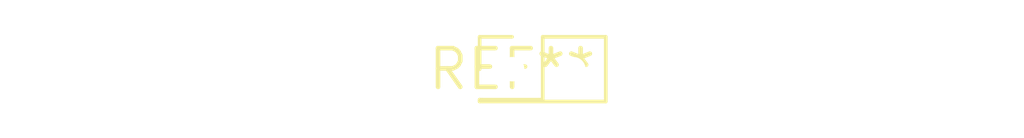
<source format=kicad_pcb>
(kicad_pcb (version 20240108) (generator pcbnew)
  (layers (0 "F.Cu" signal) (31 "B.Cu" signal) (34 "B.Paste" user) (35 "F.Paste" user) (36 "B.SilkS" user "B.Silkscreen") (37 "F.SilkS" user "F.Silkscreen") (38 "B.Mask" user) (39 "F.Mask" user) (44 "Edge.Cuts" user))
  (net 0 "")
  (footprint "PinHeader_2x01_P2.00mm_Vertical" (layer "F.Cu") (at 0 0)
    (property "Reference" "REF**")
    (property "Value" "PinHeader_2x01_P2.00mm_Vertical")
    (fp_line (start -1.06 -1.06) (end 0 -1.06) (layer "F.SilkS") (stroke (width 0.12)))
    (fp_line (start -1.06 0) (end -1.06 -1.06) (layer "F.SilkS") (stroke (width 0.12)))
    (fp_line (start -1.06 1) (end -1.06 1.06) (layer "F.SilkS") (stroke (width 0.12)))
    (fp_line (start -1.06 1) (end 1 1) (layer "F.SilkS") (stroke (width 0.12)))
    (fp_line (start -1.06 1.06) (end 3.06 1.06) (layer "F.SilkS") (stroke (width 0.12)))
    (fp_line (start 1 -1.06) (end 3.06 -1.06) (layer "F.SilkS") (stroke (width 0.12)))
    (fp_line (start 1 1) (end 1 -1.06) (layer "F.SilkS") (stroke (width 0.12)))
    (fp_line (start 3.06 -1.06) (end 3.06 1.06) (layer "F.SilkS") (stroke (width 0.12)))
    (pad "1" thru_hole rect (at 0 0) (size 1.35 1.35) (drill 0.8) (layers *.Cu *.Mask) (remove_unused_layers))
    (pad "2" thru_hole oval (at 2 0) (size 1.35 1.35) (drill 0.8) (layers *.Cu *.Mask) (remove_unused_layers))
  )
)
</source>
